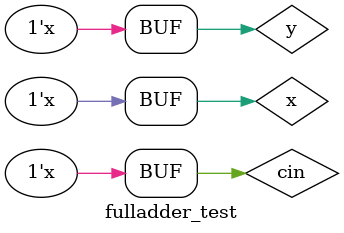
<source format=v>
`timescale 1ns / 1ps


module fulladder_test();
    // output
    wire s;     // sum
    wire cout;  // carry out
    
    // input
    reg  x;     // augend
    reg  y;     // addend
    reg  cin;   // carry in

    // instantiate
    fulladder DUT(  
        .s(s),        // sum
        .cout(cout),  // carry out
        .x(x),        // augend
        .y(y),        // addend
        .cin(cin)     // carry in
        );
    
    // stimulus
    initial    {cin, y, x} = 0;
    always #10 {cin, y, x} = {cin, y, x} + 1;
    
endmodule       // fulladder_test

</source>
